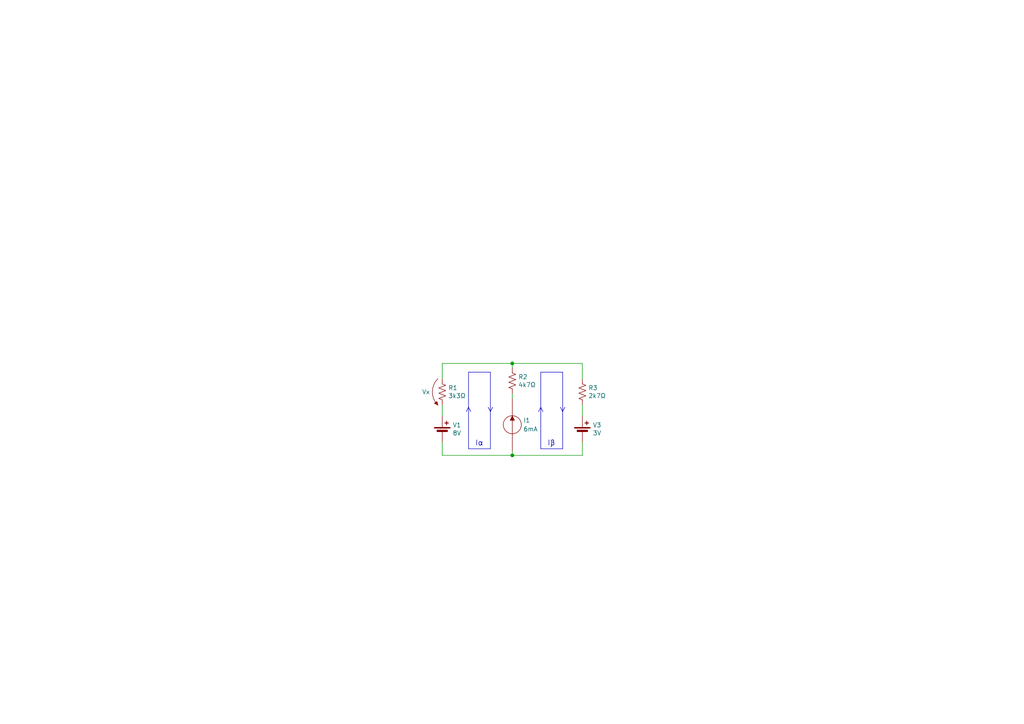
<source format=kicad_sch>
(kicad_sch (version 20230121) (generator eeschema)
  (paper "A4")
  (title_block (title "Questão 3 e 4 - P2/2020 - Noturno") (date "2020-11-18") (rev "0") (company "ETE103 - Fundamentos de Circuitos Analógicos"))
  (lib_symbols
    (symbol "Device:Battery_Cell" (pin_numbers hide) (pin_names (offset 0) hide)
      (property "Reference" "BT" (at 2.54 2.54 0))
      (property "Value" "Battery_Cell" (at 2.54 0 0))
      (symbol "Battery_Cell_0_1"
        (rectangle (start -2.286 1.778) (end 2.286 1.524) (fill (type outline)))
        (rectangle (start -1.524 1.016) (end 1.524 0.508) (fill (type outline)))
        (polyline (pts (xy 0 0.762) (xy 0 0)))
        (polyline (pts (xy 0 1.778) (xy 0 2.54)))
        (polyline (pts (xy 0.762 3.048) (xy 1.778 3.048)) (stroke (width 0.254)))
        (polyline (pts (xy 1.27 3.556) (xy 1.27 2.54)) (stroke (width 0.254)))
      )
      (symbol "Battery_Cell_1_1"
        (pin passive line (at 0 5.08 270) (length 2.54) (name "+") (number "1"))
        (pin passive line (at 0 -2.54 90) (length 2.54) (name "-") (number "2"))
      )
    )
    (symbol "Device:R_US" (pin_numbers hide) (pin_names (offset 0))
      (property "Reference" "R" (at 2.54 0 90))
      (property "Value" "R_US" (at -2.54 0 90))
      (symbol "R_US_0_1"
        (polyline (pts (xy 0 -2.286) (xy 0 -2.54)))
        (polyline (pts (xy 0 2.286) (xy 0 2.54)))
        (polyline (pts (xy 0 -0.762) (xy 1.016 -1.143) (xy 0 -1.524) (xy -1.016 -1.905) (xy 0 -2.286)))
        (polyline (pts (xy 0 0.762) (xy 1.016 0.381) (xy 0 0) (xy -1.016 -0.381) (xy 0 -0.762)))
        (polyline (pts (xy 0 2.286) (xy 1.016 1.905) (xy 0 1.524) (xy -1.016 1.143) (xy 0 0.762)))
      )
      (symbol "R_US_1_1"
        (pin passive line (at 0 3.81 270) (length 1.27) (name "~") (number "1"))
        (pin passive line (at 0 -3.81 90) (length 1.27) (name "~") (number "2"))
      )
    )
    (symbol "Personalizado:fonte_corrente" (pin_numbers hide) (pin_names (offset 0))
      (property "Reference" "I" (at 3.81 0 0))
      (property "Value" "fonte_corrente" (at -3.81 -0.635 90))
      (symbol "fonte_corrente_0_1"
        (polyline (pts (xy 0 -2.54) (xy 0 2.54)))
        (polyline (pts (xy 0 2.54) (xy -0.635 1.27) (xy 0.635 1.27) (xy 0 2.54)) (fill (type outline)))
        (circle (center 0 0) (radius 2.6162))
      )
      (symbol "fonte_corrente_1_1"
        (pin passive line (at 0 7.62 270) (length 5.08) (name "~") (number "1"))
        (pin passive line (at 0 -7.62 90) (length 5.08) (name "~") (number "2"))
      )
    )
    (symbol "analise-de-malhas-rescue:seta_tensao_longa-Pessoal" (pin_names (offset 1.016))
      (property "Reference" "V" (at -2.54 0 0))
      (symbol "seta_tensao_longa-Pessoal_0_1"
        (polyline (pts (xy 0 3.81) (xy -1.016 3.302) (xy -0.254 2.794) (xy 0 3.81)) (fill (type outline)))
        (arc (start 0 3.81) (mid -1.5782 0) (end 0 -3.81))
      )
    )
  )
  (junction (at 148.59 105.41))
  (junction (at 148.59 132.08))
  (wire (pts (xy 128.27 105.41) (xy 148.59 105.41)))
  (polyline (pts (xy 135.89 118.11) (xy 136.525 119.38)))
  (polyline (pts (xy 156.845 118.11) (xy 156.21 119.38)))
  (wire (pts (xy 128.27 128.27) (xy 128.27 132.08)))
  (wire (pts (xy 128.27 105.41) (xy 128.27 109.855)))
  (wire (pts (xy 128.27 117.475) (xy 128.27 120.65)))
  (wire (pts (xy 168.91 128.27) (xy 168.91 132.08)))
  (polyline (pts (xy 135.89 130.175) (xy 135.89 107.95)))
  (wire (pts (xy 148.59 132.08) (xy 148.59 130.81)))
  (wire (pts (xy 168.91 132.08) (xy 148.59 132.08)))
  (wire (pts (xy 128.27 132.08) (xy 148.59 132.08)))
  (polyline (pts (xy 142.24 107.95) (xy 142.24 130.175)))
  (wire (pts (xy 168.91 117.475) (xy 168.91 120.65)))
  (polyline (pts (xy 135.89 118.11) (xy 135.255 119.38)))
  (polyline (pts (xy 163.195 119.38) (xy 162.56 118.11)))
  (polyline (pts (xy 163.195 107.95) (xy 163.195 130.175)))
  (polyline (pts (xy 142.24 130.175) (xy 135.89 130.175)))
  (polyline (pts (xy 163.195 119.38) (xy 163.83 118.11)))
  (polyline (pts (xy 156.845 107.95) (xy 163.195 107.95)))
  (wire (pts (xy 148.59 105.41) (xy 168.91 105.41)))
  (polyline (pts (xy 142.24 119.38) (xy 141.605 118.11)))
  (polyline (pts (xy 163.195 130.175) (xy 156.845 130.175)))
  (polyline (pts (xy 156.845 130.175) (xy 156.845 107.95)))
  (wire (pts (xy 148.59 115.57) (xy 148.59 114.3)))
  (wire (pts (xy 168.91 105.41) (xy 168.91 109.855)))
  (polyline (pts (xy 142.24 119.38) (xy 142.875 118.11)))
  (polyline (pts (xy 156.845 118.11) (xy 157.48 119.38)))
  (wire (pts (xy 148.59 105.41) (xy 148.59 106.68)))
  (polyline (pts (xy 135.89 107.95) (xy 142.24 107.95)))
  (text "Iα" (at 137.795 129.54 0) (effects (font (size 1.524 1.524)) (justify left bottom)))
  (text "Iβ" (at 158.75 129.54 0) (effects (font (size 1.524 1.524)) (justify left bottom)))
  (symbol (lib_id "Device:Battery_Cell") (at 128.27 125.73 0) (unit 1)
    (property "Reference" "V1" (at 131.2672 123.2916 0) (effects (justify left)))
    (property "Value" "8V" (at 131.2672 125.603 0) (effects (justify left)))
  )
  (symbol (lib_id "Device:R_US") (at 148.59 110.49 180) (unit 1)
    (property "Reference" "R2" (at 150.3172 109.3216 0) (effects (justify right)))
    (property "Value" "4k7Ω" (at 150.3172 111.633 0) (effects (justify right)))
  )
  (symbol (lib_id "Device:R_US") (at 128.27 113.665 180) (unit 1)
    (property "Reference" "R1" (at 129.9972 112.4966 0) (effects (justify right)))
    (property "Value" "3k3Ω" (at 129.9972 114.808 0) (effects (justify right)))
  )
  (symbol (lib_id "Device:R_US") (at 168.91 113.665 180) (unit 1)
    (property "Reference" "R3" (at 170.6372 112.4966 0) (effects (justify right)))
    (property "Value" "2k7Ω" (at 170.6372 114.808 0) (effects (justify right)))
  )
  (symbol (lib_id "analise-de-malhas-rescue:seta_tensao_longa-Pessoal") (at 127 113.665 0) (mirror x) (unit 1)
    (property "Reference" "Vx" (at 124.714 113.665 0) (effects (justify right)))
    (property "Value" "seta_tensao_longa" (effects hide))
  )
  (symbol (lib_id "Device:Battery_Cell") (at 168.91 125.73 0) (unit 1)
    (property "Reference" "V3" (at 171.9072 123.2916 0) (effects (justify left)))
    (property "Value" "3V" (at 171.9072 125.603 0) (effects (justify left)))
  )
  (symbol (lib_id "Personalizado:fonte_corrente") (at 148.59 123.19 0) (unit 1)
    (property "Reference" "I1" (at 151.765 121.92 0) (effects (justify left)))
    (property "Value" "6mA" (at 151.765 124.46 0) (effects (justify left)))
  )
)
</source>
